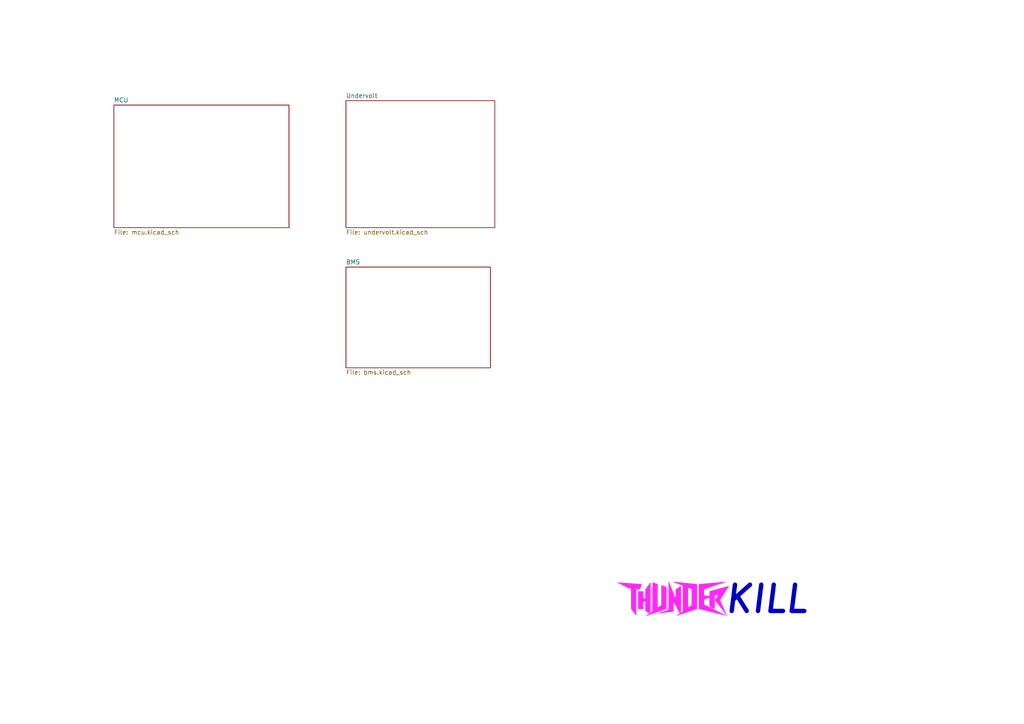
<source format=kicad_sch>
(kicad_sch
	(version 20250114)
	(generator "eeschema")
	(generator_version "9.0")
	(uuid "f96ace2f-3864-49e4-b189-00e9bd1a19d1")
	(paper "A4")
	(lib_symbols)
	(polyline
		(pts
			(xy 189.2631 168.9068) (xy 189.312 168.9212) (xy 189.4813 168.9744) (xy 189.7244 169.053) (xy 190.016 169.149)
			(xy 190.7613 169.3963) (xy 190.7613 172.7804) (xy 190.77 175.1705) (xy 190.7795 175.8976) (xy 190.791 176.1646)
			(xy 190.7966 176.1629) (xy 190.8069 176.158) (xy 190.841 176.1389) (xy 190.891 176.1088) (xy 190.9549 176.0689)
			(xy 191.0305 176.0206) (xy 191.1158 175.9653) (xy 191.2087 175.9042) (xy 191.307 175.8387) (xy 191.7931 175.5127)
			(xy 191.7931 172.624) (xy 191.8016 170.5838) (xy 191.8107 169.9631) (xy 191.8218 169.7352) (xy 191.8428 169.7402)
			(xy 191.8917 169.7547) (xy 192.061 169.8078) (xy 192.3042 169.8865) (xy 192.5959 169.9825) (xy 193.3414 170.2299)
			(xy 193.3313 173.4411) (xy 193.3211 176.6524) (xy 190.285 177.6764) (xy 188.1297 178.4001) (xy 187.2112 178.7024)
			(xy 187.2091 178.7025) (xy 187.207 178.7025) (xy 187.2052 178.7024) (xy 187.2034 178.7023) (xy 187.2018 178.7021)
			(xy 187.2003 178.7018) (xy 187.199 178.7014) (xy 187.1978 178.7009) (xy 187.1968 178.7004) (xy 187.1959 178.6998)
			(xy 187.1951 178.6991) (xy 187.1945 178.6984) (xy 187.194 178.6975) (xy 187.1936 178.6966) (xy 187.1934 178.6957)
			(xy 187.1934 178.6946) (xy 187.1934 178.6935) (xy 187.1936 178.6924) (xy 187.194 178.6911) (xy 187.1945 178.6898)
			(xy 187.1951 178.6884) (xy 187.1959 178.687) (xy 187.1968 178.6855) (xy 187.1978 178.6839) (xy 187.199 178.6823)
			(xy 187.2003 178.6805) (xy 187.2018 178.6788) (xy 187.2034 178.677) (xy 187.2052 178.6751) (xy 187.207 178.6731)
			(xy 187.2091 178.6711) (xy 187.2112 178.669) (xy 187.2374 178.6492) (xy 187.2979 178.6064) (xy 187.506 178.4622)
			(xy 187.8043 178.2578) (xy 188.1617 178.0148) (xy 188.8268 177.5618) (xy 189.045 177.4115) (xy 189.144 177.3415)
			(xy 189.15 177.336) (xy 189.1556 177.3287) (xy 189.1608 177.3189) (xy 189.1658 177.3061) (xy 189.1704 177.2895)
			(xy 189.1747 177.2686) (xy 189.1787 177.2426) (xy 189.1824 177.2111) (xy 189.1859 177.1732) (xy 189.1891 177.1284)
			(xy 189.192 177.076) (xy 189.1947 177.0154) (xy 189.1994 176.8671) (xy 189.2032 176.6783) (xy 189.2063 176.4438)
			(xy 189.2087 176.1585) (xy 189.2105 175.8174) (xy 189.2118 175.4153) (xy 189.2132 174.4075) (xy 189.2135 173.0943)
			(xy 189.2219 170.1333) (xy 189.231 169.2326) (xy 189.2421 168.9017) (xy 189.2631 168.9068)
		)
		(stroke
			(width -0.0001)
			(type solid)
			(color 255 38 243 1)
		)
		(fill
			(type color)
			(color 255 38 243 1)
		)
		(uuid 0e43da2d-9c33-4aea-a816-07177fc2fdcc)
	)
	(polyline
		(pts
			(xy 179.07 168.91) (xy 179.1848 168.915) (xy 179.5697 168.9376) (xy 180.1142 168.9741) (xy 180.7611 169.0207)
			(xy 184.2457 169.2769) (xy 185.5485 169.3757) (xy 185.9482 169.409) (xy 186.099 169.4253) (xy 186.0965 169.4452)
			(xy 186.0836 169.4957) (xy 186.0323 169.6712) (xy 185.8669 170.1982) (xy 185.6921 170.7282) (xy 185.6292 170.9074)
			(xy 185.6088 170.9603) (xy 185.5976 170.983) (xy 185.5958 170.9841) (xy 185.5928 170.985) (xy 185.583 170.9863)
			(xy 185.5685 170.9871) (xy 185.5495 170.9874) (xy 185.4994 170.9863) (xy 185.4346 170.9832) (xy 185.3575 170.9782)
			(xy 185.2701 170.9714) (xy 185.1746 170.9631) (xy 185.0732 170.9532) (xy 184.5704 170.9017) (xy 184.5603 174.7641)
			(xy 184.5502 178.6265) (xy 183.7862 177.6068) (xy 183.0222 176.5871) (xy 183.0222 170.7382) (xy 182.7735 170.7183)
			(xy 182.7312 170.7139) (xy 182.6877 170.7072) (xy 182.6407 170.697) (xy 182.5881 170.6823) (xy 182.5278 170.6623)
			(xy 182.4574 170.636) (xy 182.3748 170.6023) (xy 182.2779 170.5604) (xy 182.1644 170.5092) (xy 182.0321 170.4477)
			(xy 181.8789 170.3751) (xy 181.7025 170.2903) (xy 181.2714 170.0803) (xy 180.7215 169.8099) (xy 179.914 169.4086)
			(xy 179.3709 169.1302) (xy 179.1937 169.0346) (xy 179.0769 168.9667) (xy 179.0185 168.9254) (xy 179.0106 168.9145)
			(xy 179.0167 168.9099) (xy 179.07 168.91)
		)
		(stroke
			(width -0.0001)
			(type solid)
			(color 255 38 243 1)
		)
		(fill
			(type color)
			(color 255 38 243 1)
		)
		(uuid 57a5b540-1f21-44a4-a181-6abb1d8097c8)
	)
	(polyline
		(pts
			(xy 188.6949 168.903) (xy 188.6978 168.9032) (xy 188.7006 168.9035) (xy 188.7032 168.9039) (xy 188.7057 168.9044)
			(xy 188.7081 168.9051) (xy 188.7104 168.906) (xy 188.7125 168.9069) (xy 188.7145 168.908) (xy 188.7163 168.9092)
			(xy 188.7181 168.9106) (xy 188.7197 168.912) (xy 188.7211 168.9136) (xy 188.7224 168.9153) (xy 188.7236 168.9171)
			(xy 188.7246 168.9191) (xy 188.7255 168.9211) (xy 188.7263 168.9233) (xy 188.7269 168.9256) (xy 188.7274 168.928)
			(xy 188.7277 168.9305) (xy 188.7279 168.9331) (xy 188.7279 168.9358) (xy 188.7278 168.9386) (xy 188.7276 168.9415)
			(xy 188.7272 168.9445) (xy 188.7266 168.9476) (xy 188.7259 168.9508) (xy 188.7251 168.9541) (xy 188.7241 168.9575)
			(xy 188.7229 168.961) (xy 188.7216 168.9645) (xy 188.7168 169.0641) (xy 188.7123 169.3252) (xy 188.7046 170.2607)
			(xy 188.6975 173.289) (xy 188.6975 177.5507) (xy 188.4616 177.7109) (xy 188.369 177.7729) (xy 188.2914 177.8233)
			(xy 188.2607 177.8426) (xy 188.2368 177.857) (xy 188.2208 177.8659) (xy 188.216 177.8681) (xy 188.2135 177.8687)
			(xy 188.2004 177.861) (xy 188.1673 177.8397) (xy 188.0505 177.7626) (xy 187.8807 177.649) (xy 187.6756 177.5108)
			(xy 187.1497 177.1553) (xy 187.1497 175.7471) (xy 187.1481 175.2003) (xy 187.1436 174.7526) (xy 187.1369 174.45)
			(xy 187.133 174.3677) (xy 187.1287 174.3389) (xy 187.1254 174.3395) (xy 187.1197 174.3414) (xy 187.1019 174.3484)
			(xy 187.0764 174.3594) (xy 187.0443 174.3741) (xy 187.0066 174.3918) (xy 186.9644 174.4121) (xy 186.9188 174.4345)
			(xy 186.8708 174.4586) (xy 186.6338 174.5782) (xy 186.6338 176.6408) (xy 185.086 176.6408) (xy 185.086 171.4814)
			(xy 186.6338 171.4814) (xy 186.6338 173.5452) (xy 187.1497 173.5452) (xy 187.1497 170.9637) (xy 187.8939 169.934)
			(xy 188.187 169.5341) (xy 188.4352 169.2064) (xy 188.5343 169.0802) (xy 188.6122 168.9848) (xy 188.6658 168.9243)
			(xy 188.6825 168.9085) (xy 188.6919 168.903) (xy 188.6949 168.903)
		)
		(stroke
			(width -0.0001)
			(type solid)
			(color 255 38 243 1)
		)
		(fill
			(type color)
			(color 255 38 243 1)
		)
		(uuid 6444dce6-8616-4743-b9aa-95cf74a59774)
	)
	(polyline
		(pts
			(xy 194.9204 170.9853) (xy 195.9405 173.5253) (xy 195.9525 172.2355) (xy 195.9645 170.9456) (xy 196.7022 170.4496)
			(xy 197.2332 170.0953) (xy 197.4025 169.9845) (xy 197.474 169.9402) (xy 197.4775 169.9583) (xy 197.4809 170.0142)
			(xy 197.4873 170.2317) (xy 197.4982 171.038) (xy 197.5055 172.2401) (xy 197.5082 173.7192) (xy 197.5082 177.5114)
			(xy 197.2868 177.675) (xy 197.2421 177.7075) (xy 197.1999 177.7374) (xy 197.1611 177.7639) (xy 197.1268 177.7865)
			(xy 197.0979 177.8045) (xy 197.0753 177.8174) (xy 197.0667 177.8216) (xy 197.0601 177.8244) (xy 197.0555 177.8256)
			(xy 197.054 177.8255) (xy 197.0531 177.825) (xy 196.9845 177.693) (xy 196.8069 177.3434) (xy 196.2326 176.2042)
			(xy 195.4246 174.5969) (xy 195.4047 175.9857) (xy 195.3849 177.3744) (xy 193.2021 177.6397) (xy 190.9084 177.9211)
			(xy 190.897 177.9226) (xy 190.8856 177.9236) (xy 190.8745 177.9243) (xy 190.8636 177.9246) (xy 190.8529 177.9245)
			(xy 190.8427 177.924) (xy 190.8329 177.9232) (xy 190.8236 177.922) (xy 190.8148 177.9205) (xy 190.8067 177.9187)
			(xy 190.7993 177.9166) (xy 190.7927 177.9141) (xy 190.787 177.9114) (xy 190.7821 177.9084) (xy 190.7782 177.9051)
			(xy 190.7767 177.9034) (xy 190.7754 177.9015) (xy 190.7732 177.8979) (xy 190.7713 177.8942) (xy 190.7695 177.8906)
			(xy 190.7679 177.8871) (xy 190.7666 177.8836) (xy 190.7655 177.8803) (xy 190.7646 177.877) (xy 190.7639 177.874)
			(xy 190.7635 177.8711) (xy 190.7633 177.8685) (xy 190.7633 177.866) (xy 190.7636 177.8638) (xy 190.7638 177.8628)
			(xy 190.7641 177.8619) (xy 190.7645 177.861) (xy 190.7649 177.8602) (xy 190.7654 177.8595) (xy 190.7659 177.8589)
			(xy 190.7665 177.8584) (xy 190.7672 177.8579) (xy 191.2201 177.7071) (xy 192.2892 177.3555) (xy 193.3689 176.9958)
			(xy 193.7087 176.8783) (xy 193.8062 176.8427) (xy 193.847 176.8254) (xy 193.8506 176.8202) (xy 193.854 176.8097)
			(xy 193.8604 176.7715) (xy 193.8661 176.7087) (xy 193.8713 176.6189) (xy 193.8801 176.3494) (xy 193.8868 175.945)
			(xy 193.8918 175.3877) (xy 193.8953 174.6594) (xy 193.8984 172.6176) (xy 193.9003 168.4453) (xy 194.9204 170.9853)
		)
		(stroke
			(width -0.0001)
			(type solid)
			(color 255 38 243 1)
		)
		(fill
			(type color)
			(color 255 38 243 1)
		)
		(uuid 77d60317-d750-4bdc-ac16-e4c9feb1d05d)
	)
	(polyline
		(pts
			(xy 195.0793 168.7064) (xy 195.1474 168.7118) (xy 195.3752 168.7322) (xy 195.6972 168.7628) (xy 196.0794 168.8004)
			(xy 199.5124 169.1396) (xy 201.2764 169.3162) (xy 202.0623 169.4006) (xy 202.1516 169.4192) (xy 202.1516 176.6351)
			(xy 201.9432 176.7127) (xy 199.0233 177.6873) (xy 196.1191 178.6438) (xy 196.0877 178.6527) (xy 196.0752 178.656)
			(xy 196.065 178.6586) (xy 196.0568 178.6603) (xy 196.0507 178.6611) (xy 196.0484 178.6612) (xy 196.0467 178.6611)
			(xy 196.0454 178.6607) (xy 196.0447 178.6601) (xy 196.0445 178.6592) (xy 196.0447 178.6581) (xy 196.0455 178.6567)
			(xy 196.0468 178.6551) (xy 196.0508 178.651) (xy 196.0567 178.6458) (xy 196.0645 178.6395) (xy 196.0742 178.632)
			(xy 196.0992 178.6133) (xy 196.7934 178.1255) (xy 197.7476 177.4619) (xy 198.0245 177.271) (xy 198.0144 173.5729)
			(xy 198.0137 173.3226) (xy 199.5719 173.3226) (xy 199.5806 175.3293) (xy 199.5901 175.9394) (xy 199.5957 176.1054)
			(xy 199.6017 176.1631) (xy 199.6072 176.1612) (xy 199.6174 176.1561) (xy 199.6508 176.1365) (xy 199.6999 176.1058)
			(xy 199.7626 176.0652) (xy 199.8368 176.0162) (xy 199.9204 175.96) (xy 200.0114 175.8981) (xy 200.1077 175.8318)
			(xy 200.5839 175.502) (xy 200.5935 173.1841) (xy 200.6031 170.8663) (xy 200.1371 170.6923) (xy 199.6215 170.4996)
			(xy 199.6179 170.5) (xy 199.6145 170.504) (xy 199.6112 170.512) (xy 199.6081 170.524) (xy 199.6023 170.5611)
			(xy 199.5971 170.617) (xy 199.5925 170.6931) (xy 199.5885 170.7911) (xy 199.5819 171.0591) (xy 199.5772 171.4336)
			(xy 199.5741 171.9272) (xy 199.5724 172.5527) (xy 199.5719 173.3226) (xy 198.0137 173.3226) (xy 198.0042 169.8747)
			(xy 197.5677 169.7077) (xy 196.576 169.3252) (xy 195.7632 169.0057) (xy 195.2226 168.7865) (xy 195.0836 168.7261)
			(xy 195.0475 168.7047) (xy 195.0793 168.7064)
		)
		(stroke
			(width -0.0001)
			(type solid)
			(color 255 38 243 1)
		)
		(fill
			(type color)
			(color 255 38 243 1)
		)
		(uuid d193114e-19ca-474e-9298-f74b99886ff0)
	)
	(polyline
		(pts
			(xy 210.7244 168.7292) (xy 210.5391 168.7943) (xy 209.844 169.0321) (xy 207.5292 169.811) (xy 204.2352 170.9125)
			(xy 204.2245 171.7856) (xy 204.2138 172.6588) (xy 204.8397 172.7468) (xy 205.6134 172.8576) (xy 205.7613 172.8803)
			(xy 205.7721 172.1753) (xy 205.783 171.4703) (xy 208.5983 170.7027) (xy 210.5887 170.1633) (xy 211.4206 169.9443)
			(xy 211.3909 170.0002) (xy 211.3039 170.1465) (xy 211.0075 170.63) (xy 210.6307 171.2343) (xy 210.2728 171.7989)
			(xy 209.9017 172.3859) (xy 209.421 173.1563) (xy 208.8621 174.0573) (xy 209.3812 175.22) (xy 209.7802 176.117)
			(xy 210.0105 176.6408) (xy 210.1955 177.062) (xy 210.4856 177.7124) (xy 210.8677 178.5671) (xy 210.8685 178.5692)
			(xy 210.8691 178.5713) (xy 210.8695 178.5733) (xy 210.8697 178.5754) (xy 210.8697 178.5774) (xy 210.8696 178.5794)
			(xy 210.8693 178.5813) (xy 210.8688 178.5832) (xy 210.8681 178.5851) (xy 210.8673 178.587) (xy 210.8663 178.5888)
			(xy 210.8652 178.5905) (xy 210.8639 178.5922) (xy 210.8624 178.5938) (xy 210.8608 178.5954) (xy 210.8591 178.597)
			(xy 210.8572 178.5984) (xy 210.8552 178.5998) (xy 210.853 178.6012) (xy 210.8507 178.6024) (xy 210.8483 178.6036)
			(xy 210.8458 178.6047) (xy 210.8431 178.6058) (xy 210.8404 178.6067) (xy 210.8375 178.6076) (xy 210.8345 178.6084)
			(xy 210.8314 178.6091) (xy 210.8282 178.6097) (xy 210.8249 178.6102) (xy 210.8215 178.6106) (xy 210.818 178.6109)
			(xy 210.8144 178.6111) (xy 210.4754 178.5361) (xy 209.6046 178.3297) (xy 206.795 177.649) (xy 202.7568 176.6616)
			(xy 202.6675 176.6393) (xy 202.6675 173.881) (xy 204.2153 173.881) (xy 204.2168 175.3113) (xy 207.4804 176.9461)
			(xy 209.794 178.1014) (xy 210.7737 178.5832) (xy 210.7768 178.5833) (xy 210.7797 178.5832) (xy 210.7826 178.5829)
			(xy 210.7853 178.5824) (xy 210.7879 178.5817) (xy 210.7904 178.5808) (xy 210.7926 178.5797) (xy 210.7948 178.5785)
			(xy 210.7967 178.5771) (xy 210.7976 178.5764) (xy 210.7984 178.5756) (xy 210.7992 178.5748) (xy 210.7999 178.5739)
			(xy 210.8006 178.5731) (xy 210.8012 178.5721) (xy 210.8017 178.5712) (xy 210.8022 178.5703) (xy 210.8026 178.5693)
			(xy 210.8029 178.5683) (xy 210.8032 178.5672) (xy 210.8034 178.5662) (xy 210.8035 178.5651) (xy 210.8035 178.564)
			(xy 210.7678 178.5139) (xy 210.6657 178.3785) (xy 210.2905 177.8894) (xy 209.7352 177.171) (xy 209.0572 176.2976)
			(xy 207.311 174.0527) (xy 207.311 176.6408) (xy 207.2133 176.6408) (xy 207.1999 176.6391) (xy 207.1799 176.6342)
			(xy 207.1539 176.6262) (xy 207.1221 176.6153) (xy 207.043 176.5853) (xy 206.9457 176.5457) (xy 206.8336 176.4978)
			(xy 206.7097 176.4428) (xy 206.5773 176.3822) (xy 206.4394 176.3172) (xy 205.7632 175.9935) (xy 205.7632 174.69)
			(xy 205.7609 174.1838) (xy 205.7547 173.7693) (xy 205.7456 173.4893) (xy 205.7403 173.413) (xy 205.7383 173.3993)
			(xy 207.311 173.3993) (xy 207.3116 173.5312) (xy 207.3136 173.6507) (xy 207.3167 173.756) (xy 207.3208 173.845)
			(xy 207.3259 173.9158) (xy 207.3318 173.9665) (xy 207.3351 173.9836) (xy 207.3385 173.995) (xy 207.342 174.0004)
			(xy 207.3438 174.0008) (xy 207.3457 173.9996) (xy 207.3625 173.9772) (xy 207.3971 173.9278) (xy 207.5117 173.7602)
			(xy 207.6723 173.5218) (xy 207.8621 173.2376) (xy 208.0475 172.9564) (xy 208.1961 172.7261) (xy 208.2928 172.5705)
			(xy 208.317 172.5281) (xy 208.3222 172.5171) (xy 208.3225 172.5133) (xy 208.3081 172.5158) (xy 208.2751 172.5231)
			(xy 208.1619 172.5497) (xy 207.9999 172.5891) (xy 207.806 172.6373) (xy 207.311 172.7613) (xy 207.311 173.3993)
			(xy 205.7383 173.3993) (xy 205.7374 173.3932) (xy 205.7345 173.3864) (xy 205.7135 173.3915) (xy 205.6646 173.4059)
			(xy 205.4954 173.4591) (xy 205.2522 173.5377) (xy 204.9606 173.6337) (xy 204.2153 173.881) (xy 202.6675 173.881)
			(xy 202.6675 169.4213) (xy 202.7965 169.4008) (xy 206.823 169.0425) (xy 210.7836 168.706) (xy 210.7244 168.7292)
		)
		(stroke
			(width -0.0001)
			(type solid)
			(color 255 38 243 1)
		)
		(fill
			(type color)
			(color 255 38 243 1)
		)
		(uuid f22a37b7-def2-4aca-8a4e-0c3bf1f23450)
	)
	(text "KILL"
		(exclude_from_sim no)
		(at 222.25 173.99 0)
		(effects
			(font
				(size 7.62 7.62)
				(thickness 1.27)
				(bold yes)
				(italic yes)
			)
		)
		(uuid "9f86a384-8f4f-4a7f-8563-32e6aa6eade0")
	)
	(sheet
		(at 100.33 77.47)
		(size 41.91 29.21)
		(exclude_from_sim no)
		(in_bom yes)
		(on_board yes)
		(dnp no)
		(fields_autoplaced yes)
		(stroke
			(width 0.1524)
			(type solid)
		)
		(fill
			(color 0 0 0 0.0000)
		)
		(uuid "3a930554-e85f-48bc-ad60-ae5085399e93")
		(property "Sheetname" "BMS"
			(at 100.33 76.7584 0)
			(effects
				(font
					(size 1.27 1.27)
				)
				(justify left bottom)
			)
		)
		(property "Sheetfile" "bms.kicad_sch"
			(at 100.33 107.2646 0)
			(effects
				(font
					(size 1.27 1.27)
				)
				(justify left top)
			)
		)
		(instances
			(project "ThunderKill"
				(path "/f96ace2f-3864-49e4-b189-00e9bd1a19d1"
					(page "3")
				)
			)
		)
	)
	(sheet
		(at 100.33 29.21)
		(size 43.18 36.83)
		(exclude_from_sim no)
		(in_bom yes)
		(on_board yes)
		(dnp no)
		(fields_autoplaced yes)
		(stroke
			(width 0.1524)
			(type solid)
		)
		(fill
			(color 0 0 0 0.0000)
		)
		(uuid "3e65dc32-fc04-4e3b-ab99-8cad286769e0")
		(property "Sheetname" "Undervolt"
			(at 100.33 28.4984 0)
			(effects
				(font
					(size 1.27 1.27)
				)
				(justify left bottom)
			)
		)
		(property "Sheetfile" "undervolt.kicad_sch"
			(at 100.33 66.6246 0)
			(effects
				(font
					(size 1.27 1.27)
				)
				(justify left top)
			)
		)
		(instances
			(project "ThunderKill"
				(path "/f96ace2f-3864-49e4-b189-00e9bd1a19d1"
					(page "2")
				)
			)
		)
	)
	(sheet
		(at 33.02 30.48)
		(size 50.8 35.56)
		(exclude_from_sim no)
		(in_bom yes)
		(on_board yes)
		(dnp no)
		(fields_autoplaced yes)
		(stroke
			(width 0.1524)
			(type solid)
		)
		(fill
			(color 0 0 0 0.0000)
		)
		(uuid "ec6685cc-edb2-455c-b333-02dab777ef92")
		(property "Sheetname" "MCU"
			(at 33.02 29.7684 0)
			(effects
				(font
					(size 1.27 1.27)
				)
				(justify left bottom)
			)
		)
		(property "Sheetfile" "mcu.kicad_sch"
			(at 33.02 66.6246 0)
			(effects
				(font
					(size 1.27 1.27)
				)
				(justify left top)
			)
		)
		(instances
			(project "ThunderKill"
				(path "/f96ace2f-3864-49e4-b189-00e9bd1a19d1"
					(page "5")
				)
			)
		)
	)
	(sheet_instances
		(path "/"
			(page "1")
		)
	)
	(embedded_fonts no)
)

</source>
